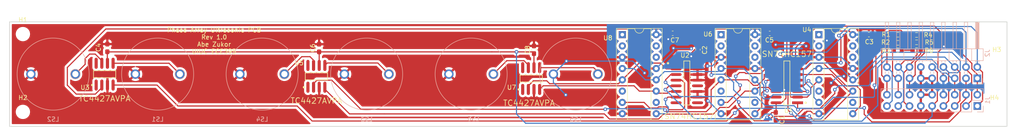
<source format=kicad_pcb>
(kicad_pcb (version 20211014) (generator pcbnew)
  (layers (0 "F.Cu" signal) (31 "B.Cu" signal) (34 "B.Paste" user) (35 "F.Paste" user) (36 "B.SilkS" user "B.Silkscreen") (37 "F.SilkS" user "F.Silkscreen") (38 "B.Mask" user) (39 "F.Mask" user) (44 "Edge.Cuts" user))
  (net 0 "")
  (net 1 "3V3")
  (net 2 "GND")
  (net 3 "Net-(LS1-Pad1)")
  (net 4 "Net-(LS2-Pad1)")
  (net 5 "Net-(LS3-Pad1)")
  (net 6 "Net-(LS4-Pad1)")
  (net 7 "Net-(LS5-Pad1)")
  (net 8 "Net-(LS6-Pad1)")
  (net 9 "/C1")
  (net 10 "/C2")
  (net 11 "/C3")
  (net 12 "/C4")
  (net 13 "/C5")
  (net 14 "/C6")
  (net 15 "/W{slash}L'")
  (net 16 "/CLK")
  (net 17 "/Speakers12/SigA")
  (net 18 "/Speakers12/DA")
  (net 19 "/Speakers12/SigB")
  (net 20 "/Speakers12/DB")
  (net 22 "/Speakers34/DA")
  (net 23 "/Speakers34/SigA")
  (net 24 "/Speakers34/DB")
  (net 25 "/Speakers34/SigB")
  (net 26 "/Speakers56/SigA")
  (net 27 "/Speakers56/DA")
  (net 28 "/Speakers56/SigB")
  (net 29 "/Speakers56/DB")
  (net 57 "/WL6")
  (net 58 "/WL5")
  (net 59 "/WL4")
  (net 60 "/WL3")
  (net 61 "/WL2")
  (net 62 "/WL1")
  (net 63 "18V")
  (footprint "Capacitor_SMD:C_0603_1608Metric_Pad1.08x0.95mm_HandSolder" (layer "F.Cu") (at 36.987989 19.612517 90)
    (fp_text reference "C4")
    (fp_text value "10n")
  )
  (footprint "SNx4HC157:Texas_Instruments-D0016A-0-0-IPC_A" (layer "F.Cu") (at 189.8 27.5 180)
    (fp_text reference "U1")
    (fp_text value "SN74HC157")
  )
  (footprint "TC4427:Microchip-TC4427AEOA713-Level_A" (layer "F.Cu") (at 36.380638 25.513588 90)
    (fp_text reference "U3")
    (fp_text value "TC4427AVPA")
  )
  (footprint "Capacitor_SMD:C_0603_1608Metric_Pad1.08x0.95mm_HandSolder" (layer "F.Cu") (at 185.95 16.35)
    (fp_text reference "C5")
    (fp_text value "10n")
  )
  (footprint "TC4427:Microchip-TC4427AEOA713-Level_A" (layer "F.Cu") (at 84 26 90)
    (fp_text reference "U5")
    (fp_text value "TC4427AVPA")
  )
  (footprint "Package_DIP:DIP-16_W7.62mm_Socket" (layer "F.Cu") (at 175 16.625)
    (fp_text reference "U6")
    (fp_text value "CD4517BE")
  )
  (footprint "TC4427:Microchip-TC4427AEOA713-Level_A" (layer "F.Cu") (at 132.3 26.5 90)
    (fp_text reference "U7")
    (fp_text value "TC4427AVPA")
  )
  (footprint "Resistor_SMD:R_0603_1608Metric_Pad0.98x0.95mm_HandSolder" (layer "F.Cu") (at 218.975 20.1)
    (fp_text reference "R6")
    (fp_text value "0")
  )
  (footprint "Package_DIP:DIP-16_W7.62mm_Socket" (layer "F.Cu") (at 152.8 16.625)
    (fp_text reference "U8")
    (fp_text value "CD4517BE")
  )
  (footprint "Capacitor_SMD:C_0603_1608Metric_Pad1.08x0.95mm_HandSolder" (layer "F.Cu") (at 164.125 16.325)
    (fp_text reference "C7")
    (fp_text value "10n")
  )
  (footprint "Capacitor_SMD:C_0603_1608Metric_Pad1.08x0.95mm_HandSolder" (layer "F.Cu") (at 169.8 20 90)
    (fp_text reference "C2")
    (fp_text value "10n")
  )
  (footprint "MountingHole:MountingHole_2.2mm_M2" (layer "F.Cu") (at 18 34)
    (fp_text reference "H2")
    (fp_text value "MountingHole")
  )
  (footprint "Capacitor_SMD:C_0603_1608Metric_Pad1.08x0.95mm_HandSolder" (layer "F.Cu") (at 187.3 35 -90)
    (fp_text reference "C1")
    (fp_text value "10n")
  )
  (footprint "SNx4HC157:Texas_Instruments-D0016A-0-0-IPC_A" (layer "F.Cu") (at 167.3 27.5)
    (fp_text reference "U2")
    (fp_text value "SN74HC157")
  )
  (footprint "Capacitor_SMD:C_0603_1608Metric_Pad1.08x0.95mm_HandSolder" (layer "F.Cu") (at 132.927763 20.029177 90)
    (fp_text reference "C8")
    (fp_text value "10n")
  )
  (footprint "Capacitor_SMD:C_0603_1608Metric_Pad1.08x0.95mm_HandSolder" (layer "F.Cu") (at 208.25 16.625)
    (fp_text reference "C3")
    (fp_text value "10n")
  )
  (footprint "Resistor_SMD:R_0603_1608Metric_Pad0.98x0.95mm_HandSolder" (layer "F.Cu") (at 214.75 20.15 180)
    (fp_text reference "R3")
    (fp_text value "0")
  )
  (footprint "MountingHole:MountingHole_2.2mm_M2" (layer "F.Cu") (at 18 16.5)
    (fp_text reference "H1")
    (fp_text value "MountingHole")
  )
  (footprint "Resistor_SMD:R_0603_1608Metric_Pad0.98x0.95mm_HandSolder" (layer "F.Cu") (at 214.75 18.475 180)
    (fp_text reference "R2")
    (fp_text value "0")
  )
  (footprint "Package_DIP:DIP-16_W7.62mm_Socket" (layer "F.Cu") (at 197 16.625)
    (fp_text reference "U4")
    (fp_text value "CD4517BE")
  )
  (footprint "Capacitor_SMD:C_0603_1608Metric_Pad1.08x0.95mm_HandSolder" (layer "F.Cu") (at 84.616553 19.636825 90)
    (fp_text reference "C6")
    (fp_text value "10n")
  )
  (footprint "Resistor_SMD:R_0603_1608Metric_Pad0.98x0.95mm_HandSolder" (layer "F.Cu") (at 218.975 18.35)
    (fp_text reference "R5")
    (fp_text value "0")
  )
  (footprint "MountingHole:MountingHole_2.2mm_M2" (layer "F.Cu") (at 236.5 16.5)
    (fp_text reference "H3")
    (fp_text value "MountingHole")
  )
  (footprint "Resistor_SMD:R_0603_1608Metric_Pad0.98x0.95mm_HandSolder" (layer "F.Cu") (at 218.975 16.7)
    (fp_text reference "R4")
    (fp_text value "0")
  )
  (footprint "Resistor_SMD:R_0603_1608Metric_Pad0.98x0.95mm_HandSolder" (layer "F.Cu") (at 214.75 16.65 180)
    (fp_text reference "R1")
    (fp_text value "0")
  )
  (footprint "MountingHole:MountingHole_2.2mm_M2" (layer "F.Cu") (at 236.5 34)
    (fp_text reference "H4")
    (fp_text value "MountingHole")
  )
  (footprint "Custom:TR40-16" (layer "B.Cu") (at 71.8 25.5 180)
    (fp_text reference "LS4")
    (fp_text value "Speaker_Ultrasound")
  )
  (footprint "Custom:TR40-16" (layer "B.Cu") (at 48.3 25.5 180)
    (fp_text reference "LS1")
    (fp_text value "Speaker_Ultrasound")
  )
  (footprint "Connector_PinHeader_2.54mm:PinHeader_2x09_P2.54mm_Horizontal" (layer "B.Cu") (at 232.625 26.45 90)
    (fp_text reference "J2")
    (fp_text value "Conn_02x09_Counter_Clockwise")
  )
  (footprint "Custom:TR40-16" (layer "B.Cu") (at 118.8 25.5 180)
    (fp_text reference "LS6")
    (fp_text value "Speaker_Ultrasound")
  )
  (footprint "Custom:TR40-16" (layer "B.Cu") (at 95.3 25.5 180)
    (fp_text reference "LS3")
    (fp_text value "Speaker_Ultrasound")
  )
  (footprint "Custom:TR40-16" (layer "B.Cu") (at 142.3 25.5 180)
    (fp_text reference "LS5")
    (fp_text value "Speaker_Ultrasound")
  )
  (footprint "Connector_PinHeader_2.54mm:PinHeader_2x09_P2.54mm_Vertical" (layer "B.Cu") (at 232.625 32.675 90)
    (fp_text reference "J1")
    (fp_text value "Conn_02x09_Counter_Clockwise")
  )
  (footprint "Custom:TR40-16" (layer "B.Cu") (at 24.8 25.5 180)
    (fp_text reference "LS2")
    (fp_text value "Speaker_Ultrasound")
  )
  (gr_rect (start 239.3 37.25) (end 15 13.75) (layer "Edge.Cuts") (width 0.15) (fill none))
  (gr_text "Phase Array Ultrasonic PCB\nRev 1.0\nAbe Zukor\nUIUC ECE395" (at 61 18) (layer "F.SilkS") (effects (font (size 1 1))))
  (segment (start 163.2625 17.5125) (end 163.125 17.65) (width 0.25) (layer "F.Cu") (net 1))
  (segment (start 169.8 20.8625) (end 169.8 22.971067) (width 0.25) (layer "F.Cu") (net 1))
  (segment (start 168.9375 20.8625) (end 168.3 21.5) (width 0.25) (layer "F.Cu") (net 1))
  (segment (start 223.775 20.6) (end 225.1 19.275) (width 0.25) (layer "F.Cu") (net 1))
  (segment (start 189.6 30.95) (end 188.55 32) (width 0.25) (layer "F.Cu") (net 1))
  (segment (start 223.775 24.375) (end 223.775 20.6) (width 0.25) (layer "F.Cu") (net 1))
  (segment (start 185.0875 16.35) (end 184.8125 16.625) (width 0.25) (layer "F.Cu") (net 1))
  (segment (start 203.820001 15.825001) (end 200.924999 15.825001) (width 0.25) (layer "F.Cu") (net 1))
  (segment (start 189.6 29.41847) (end 189.6 30.95) (width 0.25) (layer "F.Cu") (net 1))
  (segment (start 163.2625 16.325) (end 163.2625 17.5125) (width 0.25) (layer "F.Cu") (net 1))
  (segment (start 225.005 30.135) (end 225.005 26.45) (width 0.25) (layer "F.Cu") (net 1))
  (segment (start 185.35 35.225) (end 186.4375 34.1375) (width 0.25) (layer "F.Cu") (net 1))
  (segment (start 163.2625 16.325) (end 162.9625 16.625) (width 0.25) (layer "F.Cu") (net 1))
  (segment (start 162.9625 16.625) (end 160.42 16.625) (width 0.25) (layer "F.Cu") (net 1))
  (segment (start 225.005 26.45) (end 225.005 25.605) (width 0.25) (layer "F.Cu") (net 1))
  (segment (start 186.4375 34.1375) (end 187.3 34.1375) (width 0.25) (layer "F.Cu") (net 1))
  (segment (start 184.8125 16.625) (end 182.62 16.625) (width 0.25) (layer "F.Cu") (net 1))
  (segment (start 187.383933 31.945) (end 187.383933 34.053567) (width 0.25) (layer "F.Cu") (net 1))
  (segment (start 207.3875 16.625) (end 204.62 16.625) (width 0.25) (layer "F.Cu") (net 1))
  (segment (start 187.383933 34.053567) (end 187.3 34.1375) (width 0.25) (layer "F.Cu") (net 1))
  (segment (start 200.924999 15.825001) (end 198.8 17.95) (width 0.25) (layer "F.Cu") (net 1))
  (segment (start 169.8 22.971067) (end 169.716067 23.055) (width 0.25) (layer "F.Cu") (net 1))
  (segment (start 189.22528 29.04375) (end 189.6 29.41847) (width 0.25) (layer "F.Cu") (net 1))
  (segment (start 169.8 20.8625) (end 168.9375 20.8625) (width 0.25) (layer "F.Cu") (net 1))
  (segment (start 225.005 25.605) (end 223.775 24.375) (width 0.25) (layer "F.Cu") (net 1))
  (segment (start 204.62 16.625) (end 203.820001 15.825001) (width 0.25) (layer "F.Cu") (net 1))
  (via (at 225.1 19.275) (size 0.8) (drill 0.4) (layers "F.Cu" "B.Cu") (net 1))
  (via (at 185.35 35.225) (size 0.8) (drill 0.4) (layers "F.Cu" "B.Cu") (net 1))
  (via (at 198.8 17.95) (size 0.8) (drill 0.4) (layers "F.Cu" "B.Cu") (net 1))
  (via (at 168.3 21.5) (size 0.8) (drill 0.4) (layers "F.Cu" "B.Cu") (net 1))
  (via (at 163.125 17.65) (size 0.8) (drill 0.4) (layers "F.Cu" "B.Cu") (net 1))
  (via (at 189.22528 29.04375) (size 0.8) (drill 0.4) (layers "F.Cu" "B.Cu") (net 1))
  (segment (start 185.225 30.325) (end 185.575 30.675) (width 0.25) (layer "F.Cu") (net 2))
  (segment (start 184.9 30.325) (end 185.225 30.325) (width 0.25) (layer "F.Cu") (net 2))
  (segment (start 209.1125 16.625) (end 209.1125 17.1875) (width 0.25) (layer "F.Cu") (net 2))
  (segment (start 185.575 30.675) (end 187.383933 30.675) (width 0.25) (layer "F.Cu") (net 2))
  (segment (start 197 34.405) (end 195.73 34.405) (width 0.25) (layer "F.Cu") (net 2))
  (segment (start 195.73 34.405) (end 195.175 33.85) (width 0.25) (layer "F.Cu") (net 2))
  (segment (start 192.2625 35.8625) (end 187.3 35.8625) (width 0.25) (layer "F.Cu") (net 2))
  (segment (start 194.275 33.85) (end 192.2625 35.8625) (width 0.25) (layer "F.Cu") (net 2))
  (segment (start 195.175 33.85) (end 194.275 33.85) (width 0.25) (layer "F.Cu") (net 2))
  (via (at 199.75 27.475) (size 0.8) (drill 0.4) (layers "F.Cu" "B.Cu") (net 2))
  (via (at 184.9 30.325) (size 0.8) (drill 0.4) (layers "F.Cu" "B.Cu") (net 2))
  (via (at 140.075 30.175) (size 0.8) (drill 0.4) (layers "F.Cu" "B.Cu") (net 2))
  (via (at 171.960319 23.675266) (size 0.8) (drill 0.4) (layers "F.Cu" "B.Cu") (net 2))
  (via (at 172.05 31.525) (size 0.8) (drill 0.4) (layers "F.Cu" "B.Cu") (net 2))
  (via (at 202.625 25.975) (size 0.8) (drill 0.4) (layers "F.Cu" "B.Cu") (net 2))
  (via (at 168.3 19.75) (size 0.8) (drill 0.4) (layers "F.Cu" "B.Cu") (net 2))
  (via (at 164.3 19.675) (size 0.8) (drill 0.4) (layers "F.Cu" "B.Cu") (net 2))
  (via (at 157.8 25.25) (size 0.8) (drill 0.4) (layers "F.Cu" "B.Cu") (net 2))
  (via (at 187.275 18.9) (size 0.8) (drill 0.4) (layers "F.Cu" "B.Cu") (net 2))
  (via (at 140.22 22.58) (size 0.8) (drill 0.4) (layers "F.Cu" "B.Cu") (net 2))
  (via (at 194.125 19.2) (size 0.8) (drill 0.4) (layers "F.Cu" "B.Cu") (net 2))
  (segment (start 184.225 24.75) (end 183.72 24.245) (width 0.25) (layer "B.Cu") (net 2))
  (segment (start 155.13 22.58) (end 152.8 22.58) (width 0.25) (layer "B.Cu") (net 2))
  (segment (start 193.825 18.9) (end 187.275 18.9) (width 0.25) (layer "B.Cu") (net 2))
  (segment (start 164.375 19.75) (end 164.3 19.675) (width 0.25) (layer "B.Cu") (net 2))
  (segment (start 175 34.405) (end 172.12 31.525) (width 0.25) (layer "B.Cu") (net 2))
  (segment (start 152.8 22.58) (end 140.22 22.58) (width 0.25) (layer "B.Cu") (net 2))
  (segment (start 137.3 27.4) (end 140.075 30.175) (width 0.25) (layer "B.Cu") (net 2))
  (segment (start 137.3 25.5) (end 137.3 27.4) (width 0.25) (layer "B.Cu") (net 2))
  (segment (start 204.62 24.245) (end 202.08 21.705) (width 0.25) (layer "B.Cu") (net 2))
  (segment (start 184.9 30.325) (end 184.592168 30.017168) (width 0.25) (layer "B.Cu") (net 2))
  (segment (start 172.12 31.525) (end 172.05 31.525) (width 0.25) (layer "B.Cu") (net 2))
  (segment (start 202.625 25.975) (end 201.25 25.975) (width 0.25) (layer "B.Cu") (net 2))
  (segment (start 164.3 20.365) (end 160.42 24.245) (width 0.25) (layer "B.Cu") (net 2))
  (segment (start 201.25 25.975) (end 199.75 27.475) (width 0.25) (layer "B.Cu") (net 2))
  (segment (start 194.125 19.2) (end 193.825 18.9) (width 0.25) (layer "B.Cu") (net 2))
  (segment (start 140.22 22.58) (end 137.3 25.5) (width 0.25) (layer "B.Cu") (net 2))
  (segment (start 164.3 19.675) (end 164.3 20.365) (width 0.25) (layer "B.Cu") (net 2))
  (segment (start 184.592168 30.017168) (end 184.592168 27.942168) (width 0.25) (layer "B.Cu") (net 2))
  (segment (start 184.592168 27.942168) (end 184.225 27.575) (width 0.25) (layer "B.Cu") (net 2))
  (segment (start 175 21.705) (end 173.029734 23.675266) (width 0.25) (layer "B.Cu") (net 2))
  (segment (start 202.08 21.705) (end 197 21.705) (width 0.25) (layer "B.Cu") (net 2))
  (segment (start 183.72 24.245) (end 182.62 24.245) (width 0.25) (layer "B.Cu") (net 2))
  (segment (start 168.3 19.75) (end 164.375 19.75) (width 0.25) (layer "B.Cu") (net 2))
  (segment (start 157.8 25.25) (end 155.13 22.58) (width 0.25) (layer "B.Cu") (net 2))
  (segment (start 173.029734 23.675266) (end 171.960319 23.675266) (width 0.25) (layer "B.Cu") (net 2))
  (segment (start 184.225 27.575) (end 184.225 24.75) (width 0.25) (layer "B.Cu") (net 2))
  (segment (start 38.285638 23.063588) (end 50.863588 23.063588) (width 0.25) (layer "F.Cu") (net 3))
  (segment (start 50.863588 23.063588) (end 53.3 25.5) (width 0.25) (layer "F.Cu") (net 3))
  (segment (start 32 22) (end 32 23.3) (width 0.25) (layer "F.Cu") (net 4))
  (segment (start 35.745638 23.063588) (end 35.745638 22.478994) (width 0.25) (layer "F.Cu") (net 4))
  (segment (start 32 23.3) (end 29.8 25.5) (width 0.25) (layer "F.Cu") (net 4))
  (segment (start 33 21) (end 32 22) (width 0.25) (layer "F.Cu") (net 4))
  (segment (start 35.745638 22.478994) (end 34.266644 21) (width 0.25) (layer "F.Cu") (net 4))
  (segment (start 34.266644 21) (end 33 21) (width 0.25) (layer "F.Cu") (net 4))
  (segment (start 86.455 23) (end 97.8 23) (width 0.25) (layer "F.Cu") (net 5))
  (segment (start 97.8 23) (end 100.3 25.5) (width 0.25) (layer "F.Cu") (net 5))
  (segment (start 85.905 23.55) (end 86.455 23) (width 0.25) (layer "F.Cu") (net 5))
  (segment (start 80.720356 21.579644) (end 76.8 25.5) (width 0.25) (layer "F.Cu") (net 6))
  (segment (start 82.564477 21.579644) (end 80.720356 21.579644) (width 0.25) (layer "F.Cu") (net 6))
  (segment (start 83.365 23.55) (end 83.365 22.380167) (width 0.25) (layer "F.Cu") (net 6))
  (segment (start 83.365 22.380167) (end 82.564477 21.579644) (width 0.25) (layer "F.Cu") (net 6))
  (segment (start 146.35 24.05) (end 147.3 25) (width 0.25) (layer "F.Cu") (net 7))
  (segment (start 147.3 25) (end 147.3 25.5) (width 0.25) (layer "F.Cu") (net 7))
  (segment (start 134.205 24.05) (end 146.35 24.05) (width 0.25) (layer "F.Cu") (net 7))
  (segment (start 126.825 22.475) (end 123.8 25.5) (width 0.25) (layer "F.Cu") (net 8))
  (segment (start 131.665 24.05) (end 131.665 23.465406) (width 0.25) (layer "F.Cu") (net 8))
  (segment (start 131.665 23.465406) (end 130.674594 22.475) (width 0.25) (layer "F.Cu") (net 8))
  (segment (start 130.674594 22.475) (end 126.825 22.475) (width 0.25) (layer "F.Cu") (net 8))
  (segment (start 194.424402 29.405) (end 194.435821 29.416419) (width 0.25) (layer "F.Cu") (net 9))
  (segment (start 233.8 31.5) (end 233.8 25.085) (width 0.25) (layer "F.Cu") (net 9))
  (segment (start 233.8 31.5) (end 232.625 32.675) (width 0.25) (layer "F.Cu") (net 9))
  (segment (start 192.216067 29.405) (end 194.424402 29.405) (width 0.25) (layer "F.Cu") (net 9))
  (segment (start 201.95 17.3) (end 201.487701 16.837701) (width 0.25) (layer "F.Cu") (net 9))
  (segment (start 201.95 22.95) (end 201.95 17.3) (width 0.25) (layer "F.Cu") (net 9))
  (segment (start 233.8 25.085) (end 232.625 23.91) (width 0.25) (layer "F.Cu") (net 9))
  (via (at 201.95 22.95) (size 0.8) (drill 0.4) (layers "F.Cu" "B.Cu") (net 9))
  (via (at 194.435821 29.416419) (size 0.8) (drill 0.4) (layers "F.Cu" "B.Cu") (net 9))
  (via (at 201.487701 16.837701) (size 0.8) (drill 0.4) (layers "F.Cu" "B.Cu") (net 9))
  (segment (start 231.25 14.8) (end 232.625 16.175) (width 0.25) (layer "B.Cu") (net 9))
  (segment (start 203.55 14.8) (end 231.25 14.8) (width 0.25) (layer "B.Cu") (net 9))
  (segment (start 193.49 28.470598) (end 194.435821 29.416419) (width 0.25) (layer "B.Cu") (net 9))
  (segment (start 201.487701 16.837701) (end 201.512299 16.837701) (width 0.25) (layer "B.Cu") (net 9))
  (segment (start 201.95 22.95) (end 201.9 23) (width 0.25) (layer "B.Cu") (net 9))
  (segment (start 195.05 23) (end 193.49 24.56) (width 0.25) (layer "B.Cu") (net 9))
  (segment (start 193.49 24.56) (end 193.49 28.470598) (width 0.25) (layer "B.Cu") (net 9))
  (segment (start 201.512299 16.837701) (end 203.55 14.8) (width 0.25) (layer "B.Cu") (net 9))
  (segment (start 201.9 23) (end 195.05 23) (width 0.25) (layer "B.Cu") (net 9))
  (segment (start 232.625 16.175) (end 232.625 24.41) (width 0.25) (layer "B.Cu") (net 9))
  (segment (start 190.8 27) (end 192.081067 27) (width 0.25) (layer "F.Cu") (net 10))
  (segment (start 223.025 14.725) (end 196.6 14.725) (width 0.25) (layer "F.Cu") (net 10))
  (segment (start 231.4 23.1) (end 223.025 14.725) (width 0.25) (layer "F.Cu") (net 10))
  (segment (start 232.625 26.95) (end 232.625 26.071701) (width 0.25) (layer "F.Cu") (net 10))
  (segment (start 192.081067 27) (end 192.216067 26.865) (width 0.25) (layer "F.Cu") (net 10))
  (segment (start 191.745 21.555) (end 190.3 23) (width 0.25) (layer "F.Cu") (net 10))
  (segment (start 231.4 24.346701) (end 231.4 23.1) (width 0.25) (layer "F.Cu") (net 10))
  (segment (start 190.3 23) (end 190.3 26.5) (width 0.25) (layer "F.Cu") (net 10))
  (segment (start 196.6 14.725) (end 191.745 19.58) (width 0.25) (layer "F.Cu") (net 10))
  (segment (start 232.625 26.45) (end 232.625 25.571701) (width 0.25) (layer "F.Cu") (net 10))
  (segment (start 232.625 30.135) (end 232.625 26.45) (width 0.25) (layer "F.Cu") (net 10))
  (segment (start 190.3 26.5) (end 190.8 27) (width 0.25) (layer "F.Cu") (net 10))
  (segment (start 191.745 19.58) (end 191.745 21.555) (width 0.25) (layer "F.Cu") (net 10))
  (segment (start 232.625 25.571701) (end 231.4 24.346701) (width 0.25) (layer "F.Cu") (net 10))
  (segment (start 189.3 23) (end 189.3 22) (width 0.25) (layer "F.Cu") (net 11))
  (segment (start 231.359278 25.684278) (end 230.085 24.41) (width 0.25) (layer "F.Cu") (net 11))
  (segment (start 187.975 24.325) (end 189.3 23) (width 0.25) (layer "F.Cu") (net 11))
  (segment (start 189.3 22) (end 188.3 21) (width 0.25) (layer "F.Cu") (net 11))
  (segment (start 230.085 32.675) (end 231.359278 31.400722) (width 0.25) (layer "F.Cu") (net 11))
  (segment (start 187.383933 24.325) (end 187.975 24.325) (width 0.25) (layer "F.Cu") (net 11))
  (segment (start 231.359278 31.400722) (end 231.359278 25.684278) (width 0.25) (layer "F.Cu") (net 11))
  (via (at 188.3 21) (size 0.8) (drill 0.4) (layers "F.Cu" "B.Cu") (net 11))
  (segment (start 229.225 15.25) (end 204.1 15.25) (width 0.25) (layer "B.Cu") (net 11))
  (segment (start 230.085 24.41) (end 230.085 16.11) (width 0.25) (layer "B.Cu") (net 11))
  (segment (start 230.085 16.11) (end 229.225 15.25) (width 0.25) (layer "B.Cu") (net 11))
  (segment (start 204.1 15.25) (end 198.775 20.575) (width 0.25) (layer "B.Cu") (net 11))
  (segment (start 188.725 20.575) (end 188.3 21) (width 0.25) (layer "B.Cu") (net 11))
  (segment (start 198.775 20.575) (end 188.725 20.575) (width 0.25) (layer "B.Cu") (net 11))
  (segment (start 230.085 30.135) (end 230.085 31.013299) (width 0.25) (layer "F.Cu") (net 12))
  (segment (start 230.085 31.013299) (end 228.9 32.198299) (width 0.25) (layer "F.Cu") (net 12))
  (segment (start 228.9 33.7) (end 226.356949 36.243051) (width 0.25) (layer "F.Cu") (net 12))
  (segment (start 190.05 28.75) (end 189.435 28.135) (width 0.25) (layer "F.Cu") (net 12))
  (segment (start 190.05 33.575) (end 190.05 28.75) (width 0.25) (layer "F.Cu") (net 12))
  (segment (start 230.085 26.45) (end 230.085 30.135) (width 0.25) (layer "F.Cu") (net 12))
  (segment (start 190.725 34.25) (end 190.05 33.575) (width 0.25) (layer "F.Cu") (net 12))
  (segment (start 207.2 34.546098) (end 207.2 33.1) (width 0.25) (layer "F.Cu") (net 12))
  (segment (start 208.896953 36.243051) (end 207.2 34.546098) (width 0.25) (layer "F.Cu") (net 12))
  (segment (start 189.435 28.135) (end 187.383933 28.135) (width 0.25) (layer "F.Cu") (net 12))
  (segment (start 226.356949 36.243051) (end 208.896953 36.243051) (width 0.25) (layer "F.Cu") (net 12))
  (segment (start 228.9 32.198299) (end 228.9 33.7) (width 0.25) (layer "F.Cu") (net 12))
  (via (at 190.725 34.25) (size 0.8) (drill 0.4) (layers "F.Cu" "B.Cu") (net 12))
  (via (at 207.2 33.1) (size 0.8) (drill 0.4) (layers "F.Cu" "B.Cu") (net 12))
  (segment (start 207.125 33.175) (end 199.875 33.175) (width 0.25) (layer "B.Cu") (net 12))
  (segment (start 199.875 33.175) (end 197.4 35.65) (width 0.25) (layer "B.Cu") (net 12))
  (segment (start 197.4 35.65) (end 192.125 35.65) (width 0.25) (layer "B.Cu") (net 12))
  (segment (start 192.125 35.65) (end 190.725 34.25) (width 0.25) (layer "B.Cu") (net 12))
  (segment (start 207.2 33.1) (end 207.125 33.175) (width 0.25) (layer "B.Cu") (net 12))
  (segment (start 227.545 32.675) (end 228.72 31.5) (width 0.25) (layer "F.Cu") (net 13))
  (segment (start 193.545 33.28) (end 191.825 35) (width 0.25) (layer "F.Cu") (net 13))
  (segment (start 182.474695 36) (end 179 32.525305) (width 0.25) (layer "F.Cu") (net 13))
  (segment (start 163.705 25.595) (end 162.516727 26.783273) (width 0.25) (layer "F.Cu") (net 13))
  (segment (start 164.883933 25.595) (end 163.705 25.595) (width 0.25) (layer "F.Cu") (net 13))
  (segment (start 179 32.275) (end 179 31.8) (width 0.25) (layer "F.Cu") (net 13))
  (segment (start 179 32.525305) (end 179 32.275) (width 0.25) (layer "F.Cu") (net 13))
  (segment (start 185.675 36) (end 184.025 36) (width 0.25) (layer "F.Cu") (net 13))
  (segment (start 228.72 31.5) (end 228.72 25.085) (width 0.25) (layer "F.Cu") (net 13))
  (segment (start 162.516727 26.783273) (end 162.516727 27.351248) (width 0.25) (layer "F.Cu") (net 13))
  (segment (start 200.575 29) (end 200.575 29.880991) (width 0.25) (layer "F.Cu") (net 13))
  (segment (start 191.825 35) (end 186.675 35) (width 0.25) (layer "F.Cu") (net 13))
  (segment (start 200.575 29.880991) (end 197.175991 33.28) (width 0.25) (layer "F.Cu") (net 13))
  (segment (start 186.675 35) (end 185.675 36) (width 0.25) (layer "F.Cu") (net 13))
  (segment (start 228.72 25.085) (end 227.545 23.91) (width 0.25) (layer "F.Cu") (net 13))
  (segment (start 184.025 36) (end 182.474695 36) (width 0.25) (layer "F.Cu") (net 13))
  (segment (start 197.175991 33.28) (end 193.545 33.28) (width 0.25) (layer "F.Cu") (net 13))
  (via (at 200.575 29) (size 0.8) (drill 0.4) (layers "F.Cu" "B.Cu") (net 13))
  (via (at 179 31.8) (size 0.8) (drill 0.4) (layers "F.Cu" "B.Cu") (net 13))
  (via (at 162.516727 27.351248) (size 0.8) (drill 0.4) (layers "F.Cu" "B.Cu") (net 13))
  (segment (start 208.175 28.1) (end 201.475 28.1) (width 0.25) (layer "B.Cu") (net 13))
  (segment (start 208.55 24.7) (end 208.55 27.725) (width 0.25) (layer "B.Cu") (net 13))
  (segment (start 177.75 30.55) (end 165.715479 30.55) (width 0.25) (layer "B.Cu") (net 13))
  (segment (start 179 31.8) (end 177.75 30.55) (width 0.25) (layer "B.Cu") (net 13))
  (segment (start 225.31 21.675) (end 211.575 21.675) (width 0.25) (layer "B.Cu") (net 13))
  (segment (start 201.475 28.1) (end 200.575 29) (width 0.25) (layer "B.Cu") (net 13))
  (segment (start 165.715479 30.55) (end 162.516727 27.351248) (width 0.25) (layer "B.Cu") (net 13))
  (segment (start 208.55 27.725) (end 208.175 28.1) (width 0.25) (layer "B.Cu") (net 13))
  (segment (start 227.545 23.91) (end 225.31 21.675) (width 0.25) (layer "B.Cu") (net 13))
  (segment (start 211.575 21.675) (end 208.55 24.7) (width 0.25) (layer "B.Cu") (net 13))
  (segment (start 163.347223 28.135) (end 162.494307 28.987916) (width 0.25) (layer "F.Cu") (net 14))
  (segment (start 164.883933 28.135) (end 163.347223 28.135) (width 0.25) (layer "F.Cu") (net 14))
  (segment (start 227.545 26.45) (end 227.545 30.135) (width 0.25) (layer "F.Cu") (net 14))
  (via (at 162.494307 28.987916) (size 0.8) (drill 0.4) (layers "F.Cu" "B.Cu") (net 14))
  (segment (start 206.675 36.1) (end 187.8 36.1) (width 0.25) (layer "B.Cu") (net 14))
  (segment (start 184.9 34.5) (end 183.87 35.53) (width 0.25) (layer "B.Cu") (net 14))
  (segment (start 169.036391 35.53) (end 162.494307 28.987916) (width 0.25) (layer "B.Cu") (net 14))
  (segment (start 227.545 26.45) (end 226.85 26.45) (width 0.25) (layer "B.Cu") (net 14))
  (segment (start 183.87 35.53) (end 169.036391 35.53) (width 0.25) (layer "B.Cu") (net 14))
  (segment (start 226.85 26.45) (end 225.675 25.275) (width 0.25) (layer "B.Cu") (net 14))
  (segment (start 223.64 23.423299) (end 222.391701 22.175) (width 0.25) (layer "B.Cu") (net 14))
  (segment (start 210.225 32.55) (end 206.675 36.1) (width 0.25) (layer "B.Cu") (net 14))
  (segment (start 224.708299 25.275) (end 223.64 24.206701) (width 0.25) (layer "B.Cu") (net 14))
  (segment (start 210.225 24.025) (end 210.225 32.55) (width 0.25) (layer "B.Cu") (net 14))
  (segment (start 222.391701 22.175) (end 212.075 22.175) (width 0.25) (layer "B.Cu") (net 14))
  (segment (start 225.675 25.275) (end 224.708299 25.275) (width 0.25) (layer "B.Cu") (net 14))
  (segment (start 186.2 34.5) (end 184.9 34.5) (width 0.25) (layer "B.Cu") (net 14))
  (segment (start 223.64 24.206701) (end 223.64 23.423299) (width 0.25) (layer "B.Cu") (net 14))
  (segment (start 187.8 36.1) (end 186.2 34.5) (width 0.25) (layer "B.Cu") (net 14))
  (segment (start 212.075 22.175) (end 210.225 24.025) (width 0.25) (layer "B.Cu") (net 14))
  (segment (start 192.216067 33.416067) (end 192.3 33.5) (width 0.25) (layer "F.Cu") (net 15))
  (segment (start 218.0625 16.7) (end 218.0625 18.35) (width 0.25) (layer "F.Cu") (net 15))
  (segment (start 218.0625 18.35) (end 218.0625 20.1) (width 0.25) (layer "F.Cu") (net 15))
  (segment (start 165.525 20.775) (end 164.883933 21.416067) (width 0.25) (layer "F.Cu") (net 15))
  (segment (start 209.825 27.675) (end 209.825 18.75) (width 0.25) (layer "F.Cu") (net 15))
  (segment (start 215.6625 15.8875) (end 215.6625 16.65) (width 0.25) (layer "F.Cu") (net 15))
  (segment (start 215.6625 18.475) (end 217.9375 18.475) (width 0.25) (layer "F.Cu") (net 15))
  (segment (start 215.6625 20.15) (end 218.0125 20.15) (width 0.25) (layer "F.Cu") (net 15))
  (segment (start 218.0125 20.15) (end 218.0625 20.1) (width 0.25) (layer "F.Cu") (net 15))
  (segment (start 192.216067 31.945) (end 192.216067 33.416067) (width 0.25) (layer "F.Cu") (net 15))
  (segment (start 215.6625 16.65) (end 215.6625 18.475) (width 0.25) (layer "F.Cu") (net 15))
  (segment (start 169.075305 20) (end 168.300305 20.775) (width 0.25) (layer "F.Cu") (net 15))
  (segment (start 209.825 18.75) (end 212.9 15.675) (width 0.25) (layer "F.Cu") (net 15))
  (segment (start 168.300305 20.775) (end 165.525 20.775) (width 0.25) (layer "F.Cu") (net 15))
  (segment (start 215.45 15.675) (end 215.6625 15.8875) (width 0.25) (layer "F.Cu") (net 15))
  (segment (start 212.9 15.675) (end 215.45 15.675) (width 0.25) (layer "F.Cu") (net 15))
  (segment (start 215.6625 16.65) (end 218.0125 16.65) (width 0.25) (layer "F.Cu") (net 15))
  (segment (start 170.270495 20) (end 169.075305 20) (width 0.25) (layer "F.Cu") (net 15))
  (segment (start 209.5 28) (end 209.825 27.675) (width 0.25) (layer "F.Cu") (net 15))
  (segment (start 164.883933 21.416067) (end 164.883933 23.055) (width 0.25) (layer "F.Cu") (net 15))
  (segment (start 172.825 25.7) (end 172.825 22.554505) (width 0.25) (layer "F.Cu") (net 15))
  (segment (start 215.6625 18.475) (end 215.6625 20.15) (width 0.25) (layer "F.Cu") (net 15))
  (segment (start 172.825 22.554505) (end 170.270495 20) (width 0.25) (layer "F.Cu") (net 15))
  (segment (start 218.0125 16.65) (end 218.0625 16.7) (width 0.25) (layer "F.Cu") (net 15))
  (segment (start 217.9375 18.475) (end 218.0625 18.35) (width 0.25) (layer "F.Cu") (net 15))
  (via (at 172.825 25.7) (size 0.8) (drill 0.4) (layers "F.Cu" "B.Cu") (net 15))
  (via (at 209.5 28) (size 0.8) (drill 0.4) (layers "F.Cu" "B.Cu") (net 15))
  (via (at 192.3 33.5) (size 0.8) (drill 0.4) (layers "F.Cu" "B.Cu") (net 15))
  (segment (start 172.825 25.7) (end 172.994301 25.530699) (width 0.25) (layer "B.Cu") (net 15))
  (segment (start 192.3 33.5) (end 192.6 33.2) (width 0.25) (layer "B.Cu") (net 15))
  (segment (start 192.3 33.5) (end 191.4 32.6) (width 0.25) (layer "B.Cu") (net 15))
  (segment (start 172.994301 25.530699) (end 175.994301 25.530699) (width 0.25) (layer "B.Cu") (net 15))
  (segment (start 197.775 33.2) (end 200.25 30.725) (width 0.25) (layer "B.Cu") (net 15))
  (segment (start 191.4 32.6) (end 184.945991 32.6) (width 0.25) (layer "B.Cu") (net 15))
  (segment (start 177.825 27.361398) (end 177.825 29.05) (width 0.25) (layer "B.Cu") (net 15))
  (segment (start 184.945991 32.6) (end 183.033491 30.6875) (width 0.25) (layer "B.Cu") (net 15))
  (segment (start 209.5 30.5) (end 209.5 28) (width 0.25) (layer "B.Cu") (net 15))
  (segment (start 209.275 30.725) (end 209.5 30.5) (width 0.25) (layer "B.Cu") (net 15))
  (segment (start 179.4625 30.6875) (end 177.825 29.05) (width 0.25) (layer "B.Cu") (net 15))
  (segment (start 192.6 33.2) (end 197.775 33.2) (width 0.25) (layer "B.Cu") (net 15))
  (segment (start 200.25 30.725) (end 209.275 30.725) (width 0.25) (layer "B.Cu") (net 15))
  (segment (start 183.033491 30.6875) (end 179.4625 30.6875) (width 0.25) (layer "B.Cu") (net 15))
  (segment (start 175.994301 25.530699) (end 177.825 27.361398) (width 0.25) (layer "B.Cu") (net 15))
  (segment (start 226.18 31.5) (end 225.005 32.675) (width 0.25) (layer "F.Cu") (net 16))
  (segment (start 226.18 25.085) (end 226.18 31.5) (width 0.25) (layer "F.Cu") (net 16))
  (segment (start 225.005 23.91) (end 226.18 25.085) (width 0.25) (layer "F.Cu") (net 16))
  (segment (start 194.908581 30.141419) (end 186.691419 30.141419) (width 0.25) (layer "B.Cu") (net 16))
  (segment (start 228.8 24.6) (end 228.8 22.5) (width 0.25) (layer "B.Cu") (net 16))
  (segment (start 205.34 26.785) (end 204.62 26.785) (width 0.25) (layer "B.Cu") (net 16))
  (segment (start 186.691419 30.141419) (end 185.782838 31.05) (width 0.25) (layer "B.Cu") (net 16))
  (segment (start 197 24.245) (end 195.86863 24.245) (width 0.25) (layer "B.Cu") (net 16))
  (segment (start 157.985 26.785) (end 160.42 26.785) (width 0.25) (layer "B.Cu") (net 16))
  (segment (start 152.8 24.245) (end 155.445 24.245) (width 0.25) (layer "B.Cu") (net 16))
  (segment (start 185.782838 31.05) (end 184.599695 31.05) (width 0.25) (layer "B.Cu") (net 16))
  (segment (start 204.62 26.785) (end 202.08 24.245) (width 0.25) (layer "B.Cu") (net 16))
  (segment (start 195.160821 29.889179) (end 194.908581 30.141419) (width 0.25) (layer "B.Cu") (net 16))
  (segment (start 226.279278 25.184278) (end 228.215722 25.184278) (width 0.25) (layer "B.Cu") (net 16))
  (segment (start 195.160821 28.610821) (end 195.160821 29.889179) (width 0.25) (layer "B.Cu") (net 16))
  (segment (start 211.525 20.6) (end 205.34 26.785) (width 0.25) (layer "B.Cu") (net 16))
  (segment (start 182.62 26.785) (end 180.08 24.245) (width 0.25) (layer "B.Cu") (net 16))
  (segment (start 226.9 20.6) (end 211.525 20.6) (width 0.25) (layer "B.Cu") (net 16))
  (segment (start 174.32 24.925) (end 175 24.245) (width 0.25) (layer "B.Cu") (net 16))
  (segment (start 162.28 24.925) (end 174.32 24.925) (width 0.25) (layer "B.Cu") (net 16))
  (segment (start 193.94 27.39) (end 195.160821 28.610821) (width 0.25) (layer "B.Cu") (net 16))
  (segment (start 183.745 30.195305) (end 183.745 27.91) (width 0.25) (layer "B.Cu") (net 16))
  (segment (start 228.215722 25.184278) (end 228.8 24.6) (width 0.25) (layer "B.Cu") (net 16))
  (segment (start 160.42 26.785) (end 162.28 24.925) (width 0.25) (layer "B.Cu") (net 16))
  (segment (start 228.8 22.5) (end 226.9 20.6) (width 0.25) (layer "B.Cu") (net 16))
  (segment (start 202.08 24.245) (end 197 24.245) (width 0.25) (layer "B.Cu") (net 16))
  (segment (start 225.005 23.91) (end 226.279278 25.184278) (width 0.25) (layer "B.Cu") (net 16))
  (segment (start 183.745 27.91) (end 182.62 26.785) (width 0.25) (layer "B.Cu") (net 16))
  (segment (start 155.445 24.245) (end 157.985 26.785) (width 0.25) (layer "B.Cu") (net 16))
  (segment (start 193.94 26.17363) (end 193.94 27.39) (width 0.25) (layer "B.Cu") (net 16))
  (segment (start 184.599695 31.05) (end 183.745 30.195305) (width 0.25) (layer "B.Cu") (net 16))
  (segment (start 195.86863 24.245) (end 193.94 26.17363) (width 0.25) (layer "B.Cu") (net 16))
  (segment (start 180.08 24.245) (end 175 24.245) (width 0.25) (layer "B.Cu") (net 16))
  (segment (start 190.55 28.25) (end 189.8 27.5) (width 0.25) (layer "F.Cu") (net 17))
  (segment (start 192.216067 30.675) (end 194.375 30.675) (width 0.25) (layer "F.Cu") (net 17))
  (segment (start 30 30) (end 34.293822 30) (width 0.25) (layer "F.Cu") (net 17))
  (segment (start 34.293822 30) (end 35.745638 28.548184) (width 0.25) (layer "F.Cu") (net 17))
  (segment (start 187.6 15.35) (end 36.65 15.35) (width 0.25) (layer "F.Cu") (net 17))
  (segment (start 35.745638 28.548184) (end 35.745638 27.963588) (width 0.25) (layer "F.Cu") (net 17))
  (segment (start 28 24) (end 28 28) (width 0.25) (layer "F.Cu") (net 17))
  (segment (start 192.216067 30.675) (end 190.725 30.675) (width 0.25) (layer "F.Cu") (net 17))
  (segment (start 194.375 30.675) (end 195.160821 29.889179) (width 0.25) (layer "F.Cu") (net 17))
  (segment (start 189.8 27.5) (end 189.8 17.55) (width 0.25) (layer "F.Cu") (net 17))
  (segment (start 28 28) (end 30 30) (width 0.25) (layer "F.Cu") (net 17))
  (segment (start 190.725 30.675) (end 190.55 30.5) (width 0.25) (layer "F.Cu") (net 17))
  (segment (start 189.8 17.55) (end 187.6 15.35) (width 0.25) (layer "F.Cu") (net 17))
  (segment (start 190.55 30.5) (end 190.55 28.25) (width 0.25) (layer "F.Cu") (net 17))
  (segment (start 195.160821 29.889179) (end 195.160821 28.624179) (width 0.25) (layer "F.Cu") (net 17))
  (segment (start 195.160821 28.624179) (end 197 26.785) (width 0.25) (layer "F.Cu") (net 17))
  (segment (start 36.65 15.35) (end 28 24) (width 0.25) (layer "F.Cu") (net 17))
  (segment (start 193.53 28.135) (end 194.665 27) (width 0.25) (layer "F.Cu") (net 18))
  (segment (start 192.216067 28.135) (end 193.53 28.135) (width 0.25) (layer "F.Cu") (net 18))
  (via (at 194.665 27) (size 0.8) (drill 0.4) (layers "F.Cu" "B.Cu") (net 18))
  (segment (start 195.875 28.21) (end 194.665 27) (width 0.25) (layer "B.Cu") (net 18))
  (segment (start 197 31.865) (end 195.875 30.74) (width 0.25) (layer "B.Cu") (net 18))
  (segment (start 195.875 30.74) (end 195.875 28.21) (width 0.25) (layer "B.Cu") (net 18))
  (segment (start 197.895 36.05) (end 204.62 29.325) (width 0.25) (layer "F.Cu") (net 19))
  (segment (start 176.275 36.05) (end 178.075 34.25) (width 0.25) (layer "F.Cu") (net 19))
  (segment (start 83.05 36.05) (end 176.275 36.05) (width 0.25) (layer "F.Cu") (net 19))
  (segment (start 195.9745 36.05) (end 197.895 36.05) (width 0.25) (layer "F.Cu") (net 19))
  (segment (start 203.667613 29.325) (end 204.62 29.325) (width 0.25) (layer "F.Cu") (net 19))
  (segment (start 38.285638 27.963588) (end 48.153057 27.963588) (width 0.25) (layer "F.Cu") (net 19))
  (segment (start 194.85 34.9255) (end 195.9745 36.05) (width 0.25) (layer "F.Cu") (net 19))
  (segment (start 52.864576 32.675107) (end 79.675107 32.675107) (width 0.25) (layer "F.Cu") (net 19))
  (segment (start 79.675107 32.675107) (end 83.05 36.05) (width 0.25) (layer "F.Cu") (net 19))
  (segment (start 48.153057 27.963588) (end 52.864576 32.675107) (width 0.25) (layer "F.Cu") (net 19))
  (segment (start 199.937613 25.595) (end 203.667613 29.325) (width 0.25) (layer "F.Cu") (net 19))
  (segment (start 192.216067 25.595) (end 199.937613 25.595) (width 0.25) (layer "F.Cu") (net 19))
  (via (at 194.85 34.9255) (size 0.8) (drill 0.4) (layers "F.Cu" "B.Cu") (net 19))
  (via (at 178.075 34.25) (size 0.8) (drill 0.4) (layers "F.Cu" "B.Cu") (net 19))
  (segment (start 190.700305 33.2) (end 179.125 33.2) (width 0.25) (layer "B.Cu") (net 19))
  (segment (start 179.125 33.2) (end 178.075 34.25) (width 0.25) (layer "B.Cu") (net 19))
  (segment (start 192.425805 34.9255) (end 190.700305 33.2) (width 0.25) (layer "B.Cu") (net 19))
  (segment (start 194.85 34.9255) (end 192.425805 34.9255) (width 0.25) (layer "B.Cu") (net 19))
  (segment (start 194.075 24.325) (end 195.35 23.05) (width 0.25) (layer "F.Cu") (net 20))
  (segment (start 203.179009 28.2) (end 205.5 28.2) (width 0.25) (layer "F.Cu") (net 20))
  (segment (start 192.216067 24.325) (end 194.075 24.325) (width 0.25) (layer "F.Cu") (net 20))
  (segment (start 198.029009 23.05) (end 203.179009 28.2) (width 0.25) (layer "F.Cu") (net 20))
  (segment (start 205.5 28.2) (end 206.327431 29.027431) (width 0.25) (layer "F.Cu") (net 20))
  (segment (start 195.35 23.05) (end 198.029009 23.05) (width 0.25) (layer "F.Cu") (net 20))
  (segment (start 206.327431 29.027431) (end 206.327431 32.697569) (width 0.25) (layer "F.Cu") (net 20))
  (segment (start 206.327431 32.697569) (end 204.62 34.405) (width 0.25) (layer "F.Cu") (net 20))
  (segment (start 179.15 25.15) (end 179.125 25.175) (width 0.25) (layer "F.Cu") (net 22))
  (segment (start 176.475 31.865) (end 175 31.865) (width 0.25) (layer "F.Cu") (net 22))
  (segment (start 178.3 26) (end 179.125 25.175) (width 0.25) (layer "F.Cu") (net 22))
  (segment (start 180.562216 25.37) (end 180.342216 25.15) (width 0.25) (layer "F.Cu") (net 22))
  (segment (start 183.93 25.37) (end 180.562216 25.37) (width 0.25) (layer "F.Cu") (net 22))
  (segment (start 179.3 29.04) (end 176.475 31.865) (width 0.25) (layer "F.Cu") (net 22))
  (segment (start 186.3 23) (end 183.93 25.37) (width 0.25) (layer "F.Cu") (net 22))
  (segment (start 179.3 29.04) (end 179.3 28) (width 0.25) (layer "F.Cu") (net 22))
  (segment (start 180.342216 25.15) (end 179.15 25.15) (width 0.25) (layer "F.Cu") (net 22))
  (via (at 179.3 28) (size 0.8) (drill 0.4) (layers "F.Cu" "B.Cu") (net 22))
  (via (at 178.3 26) (size 0.8) (drill 0.4) (layers "F.Cu" "B.Cu") (net 22))
  (segment (start 178.3 27) (end 178.3 26) (width 0.25) (layer "B.Cu") (net 22))
  (segment (start 179.3 28) (end 178.3 27) (width 0.25) (layer "B.Cu") (net 22))
  (segment (start 148.9625 33.4125) (end 93.99815 33.4125) (width 0.25) (layer "F.Cu") (net 23))
  (segment (start 93.99815 33.4125) (end 87.46065 26.875) (width 0.25) (layer "F.Cu") (net 23))
  (segment (start 162.725 33.95) (end 162.4 33.625) (width 0.25) (layer "F.Cu") (net 23))
  (segment (start 162.4 33.625) (end 162.4 33.6) (width 0.25) (layer "F.Cu") (net 23))
  (segment (start 83.365 27.635) (end 83.365 28.45) (width 0.25) (layer "F.Cu") (net 23))
  (segment (start 172.775 32.85) (end 172.55 33.075) (width 0.25) (layer "F.Cu") (net 23))
  (segment (start 182.269009 28.025) (end 181.029009 26.785) (width 0.25) (layer "F.Cu") (net 23))
  (segment (start 84.125 26.875) (end 83.365 27.635) (width 0.25) (layer "F.Cu") (net 23))
  (segment (start 181.029009 26.785) (end 175 26.785) (width 0.25) (layer "F.Cu") (net 23))
  (segment (start 183.225 28.025) (end 182.269009 28.025) (width 0.25) (layer "F.Cu") (net 23))
  (segment (start 172.55 33.075) (end 171.675 33.95) (width 0.25) (layer "F.Cu") (net 23))
  (segment (start 171.675 33.95) (end 162.725 33.95) (width 0.25) (layer "F.Cu") (net 23))
  (segment (start 175 26.785) (end 172.775 29.01) (width 0.25) (layer "F.Cu") (net 23))
  (segment (start 87.46065 26.875) (end 84.125 26.875) (width 0.25) (layer "F.Cu") (net 23))
  (segment (start 172.775 29.01) (end 172.775 32.85) (width 0.25) (layer "F.Cu") (net 23))
  (segment (start 184.705 25.595) (end 184.705 26.545) (width 0.25) (layer "F.Cu") (net 23))
  (segment (start 184.705 26.545) (end 183.225 28.025) (width 0.25) (layer "F.Cu") (net 23))
  (segment (start 187.383933 25.595) (end 184.705 25.595) (width 0.25) (layer "F.Cu") (net 23))
  (via (at 148.9625 33.4125) (size 0.8) (drill 0.4) (layers "F.Cu" "B.Cu") (net 23))
  (via (at 162.4 33.6) (size 0.8) (drill 0.4) (layers "F.Cu" "B.Cu") (net 23))
  (segment (start 162.08 33.28) (end 149.095 33.28) (width 0.25) (layer "B.Cu") (net 23))
  (segment (start 149.095 33.28) (end 148.9625 33.4125) (width 0.25) (layer "B.Cu") (net 23))
  (segment (start 162.4 33.6) (end 162.08 33.28) (width 0.25) (layer "B.Cu") (net 23))
  (segment (start 187.383933 26.865) (end 185.419336 26.865) (width 0.25) (layer "F.Cu") (net 24))
  (segment (start 185.419336 26.865) (end 185.042168 27.242168) (width 0.25) (layer "F.Cu") (net 24))
  (segment (start 184.15 29.725) (end 184.15 32.875) (width 0.25) (layer "F.Cu") (net 24))
  (segment (start 185.35 29.225) (end 184.65 29.225) (width 0.25) (layer "F.Cu") (net 24))
  (segment (start 184.15 32.875) (end 182.62 34.405) (width 0.25) (layer "F.Cu") (net 24))
  (segment (start 184.65 29.225) (end 184.15 29.725) (width 0.25) (layer "F.Cu") (net 24))
  (via (at 185.042168 27.242168) (size 0.8) (drill 0.4) (layers "F.Cu" "B.Cu") (net 24))
  (via (at 185.35 29.225) (size 0.8) (drill 0.4) (layers "F.Cu" "B.Cu") (net 24))
  (segment (start 185.042168 28.917168) (end 185.042168 27.242168) (width 0.25) (layer "B.Cu") (net 24))
  (segment (start 185.35 29.225) (end 185.042168 28.917168) (width 0.25) (layer "B.Cu") (net 24))
  (segment (start 162.05 34.5) (end 160.95 35.6) (width 0.25) (layer "F.Cu") (net 25))
  (segment (start 180.4 29.325) (end 176.725 33) (width 0.25) (layer "F.Cu") (net 25))
  (segment (start 173.25 34.5) (end 162.05 34.5) (width 0.25) (layer "F.Cu") (net 25))
  (segment (start 85.905 28.905) (end 85.905 28.45) (width 0.25) (layer "F.Cu") (net 25))
  (segment (start 183.445 28.5) (end 182.62 29.325) (width 0.25) (layer "F.Cu") (net 25))
  (segment (start 174.76 32.99) (end 173.25 34.5) (width 0.25) (layer "F.Cu") (net 25))
  (segment (start 185.650305 28.5) (end 183.445 28.5) (width 0.25) (layer "F.Cu") (net 25))
  (segment (start 91.45 34.45) (end 85.905 28.905) (width 0.25) (layer "F.Cu") (net 25))
  (segment (start 182.62 29.325) (end 180.4 29.325) (width 0.25) (layer "F.Cu") (net 25))
  (segment (start 187.383933 29.405) (end 186.555305 29.405) (width 0.25) (layer "F.Cu") (net 25))
  (segment (start 186.555305 29.405) (end 185.650305 28.5) (width 0.25) (layer "F.Cu") (net 25))
  (segment (start 148.75 34.45) (end 99.3 34.45) (width 0.25) (layer "F.Cu") (net 25))
  (segment (start 149.9 35.6) (end 148.75 34.45) (width 0.25) (layer "F.Cu") (net 25))
  (segment (start 99.25 34.45) (end 91.45 34.45) (width 0.25) (layer "F.Cu") (net 25))
  (segment (start 187.383933 29.405) (end 186.38 29.405) (width 0.25) (layer "F.Cu") (net 25))
  (segment (start 176.725 33) (end 174.77 33) (width 0.25) (layer "F.Cu") (net 25))
  (segment (start 174.77 33) (end 174.76 32.99) (width 0.25) (layer "F.Cu") (net 25))
  (segment (start 160.95 35.6) (end 149.9 35.6) (width 0.25) (layer "F.Cu") (net 25))
  (segment (start 152.8 26.785) (end 151.925 27.66) (width 0.25) (layer "F.Cu") (net 26))
  (segment (start 132.8 27) (end 135.8 27) (width 0.25) (layer "F.Cu") (net 26))
  (segment (start 156.56 23.025) (end 152.8 26.785) (width 0.25) (layer "F.Cu") (net 26))
  (segment (start 164.883933 24.325) (end 162.675 24.325) (width 0.25) (layer "F.Cu") (net 26))
  (segment (start 135.8 27) (end 136.46 27.66) (width 0.25) (layer "F.Cu") (net 26))
  (segment (start 161.375 23.025) (end 156.56 23.025) (width 0.25) (layer "F.Cu") (net 26))
  (segment (start 131.665 28.95) (end 131.665 28.135) (width 0.25) (layer "F.Cu") (net 26))
  (segment (start 162.675 24.325) (end 161.375 23.025) (width 0.25) (layer "F.Cu") (net 26))
  (segment (start 131.665 28.135) (end 132.8 27) (width 0.25) (layer "F.Cu") (net 26))
  (segment (start 151.925 27.66) (end 136.46 27.66) (width 0.25) (layer "F.Cu") (net 26))
  (segment (start 158.95 33.125) (end 157.69 31.865) (width 0.25) (layer "F.Cu") (net 27))
  (segment (start 166.8 33) (end 166.3 33.5) (width 0.25) (layer "F.Cu") (net 27))
  (segment (start 157.69 31.865) (end 152.8 31.865) (width 0.25) (layer "F.Cu") (net 27))
  (segment (start 166.165 26.865) (end 166.8 27.5) (width 0.25) (layer "F.Cu") (net 27))
  (segment (start 163.3 33.474695) (end 162.700305 32.875) (width 0.25) (layer "F.Cu") (net 27))
  (segment (start 163.3 33.5) (end 163.3 33.474695) (width 0.25) (layer "F.Cu") (net 27))
  (segment (start 160.95 32.875) (end 160.7 33.125) (width 0.25) (layer "F.Cu") (net 27))
  (segment (start 160.7 33.125) (end 158.95 33.125) (width 0.25) (layer "F.Cu") (net 27))
  (segment (start 164.883933 26.865) (end 166.165 26.865) (width 0.25) (layer "F.Cu") (net 27))
  (segment (start 166.3 33.5) (end 163.3 33.5) (width 0.25) (layer "F.Cu") (net 27))
  (segment (start 166.8 27.5) (end 166.8 33) (width 0.25) (layer "F.Cu") (net 27))
  (segment (start 162.700305 32.875) (end 160.95 32.875) (width 0.25) (layer "F.Cu") (net 27))
  (segment (start 156.625 29.325) (end 155.425 28.125) (width 0.25) (layer "F.Cu") (net 28))
  (segment (start 164.883933 29.405) (end 163.37 29.405) (width 0.25) (layer "F.Cu") (net 28))
  (segment (start 135.03 28.125) (end 134.205 28.95) (width 0.25) (layer "F.Cu") (net 28))
  (segment (start 155.425 28.125) (end 135.03 28.125) (width 0.25) (layer "F.Cu") (net 28))
  (segment (start 162.975 29.8) (end 160.895 29.8) (width 0.25) (layer "F.Cu") (net 28))
  (segment (start 160.895 29.8) (end 160.42 29.325) (width 0.25) (layer "F.Cu") (net 28))
  (segment (start 163.37 29.405) (end 162.975 29.8) (width 0.25) (layer "F.Cu") (net 28))
  (segment (start 160.42 29.325) (end 156.625 29.325) (width 0.25) (layer "F.Cu") (net 28))
  (segment (start 163.048747 30.675) (end 162.518611 31.205136) (width 0.25) (layer "F.Cu") (net 29))
  (segment (start 164.883933 30.675) (end 163.048747 30.675) (width 0.25) (layer "F.Cu") (net 29))
  (via (at 162.518611 31.205136) (size 0.8) (drill 0.4) (layers "F.Cu" "B.Cu") (net 29))
  (segment (start 163.125 33.9) (end 162.62 34.405) (width 0.25) (layer "B.Cu") (net 29))
  (segment (start 162.518611 32.306389) (end 163.125 32.912778) (width 0.25) (layer "B.Cu") (net 29))
  (segment (start 163.125 32.912778) (end 163.125 33.9) (width 0.25) (layer "B.Cu") (net 29))
  (segment (start 162.518611 31.205136) (end 162.518611 32.306389) (width 0.25) (layer "B.Cu") (net 29))
  (segment (start 162.62 34.405) (end 160.42 34.405) (width 0.25) (layer "B.Cu") (net 29))
  (segment (start 217.385 23.476396) (end 219.8875 20.973896) (width 0.25) (layer "F.Cu") (net 57))
  (segment (start 217.385 23.91) (end 216.110722 25.184278) (width 0.25) (layer "F.Cu") (net 57))
  (segment (start 216.110722 25.184278) (end 216.110722 31.772118) (width 0.25) (layer "F.Cu") (net 57))
  (segment (start 219.8875 20.973896) (end 219.8875 20.1) (width 0.25) (layer "F.Cu") (net 57))
  (segment (start 216.110722 31.772118) (end 217.198604 32.86) (width 0.25) (layer "F.Cu") (net 57))
  (segment (start 220.7 20.797792) (end 220.7 20.4) (width 0.25) (layer "F.Cu") (net 58))
  (segment (start 220.7 20.570495) (end 220.7 19.1625) (width 0.25) (layer "F.Cu") (net 58))
  (segment (start 217.385 26.95) (end 218.659278 25.675722) (width 0.25) (layer "F.Cu") (net 58))
  (segment (start 220.7 19.1625) (end 219.8875 18.35) (width 0.25) (layer "F.Cu") (net 58))
  (segment (start 217.385 30.135) (end 217.385 26.45) (width 0.25) (layer "F.Cu") (net 58))
  (segment (start 218.659278 25.675722) (end 218.659278 22.838514) (width 0.25) (layer "F.Cu") (net 58))
  (segment (start 218.659278 22.838514) (end 220.7 20.797792) (width 0.25) (layer "F.Cu") (net 58))
  (segment (start 217.825 22.4) (end 219.075 21.15) (width 0.25) (layer "F.Cu") (net 59))
  (segment (start 219.075 17.5125) (end 219.8875 16.7) (width 0.25) (layer "F.Cu") (net 59))
  (segment (start 219.075 21.15) (end 219.075 17.5125) (width 0.25) (layer "F.Cu") (net 59))
  (segment (start 216.355 22.4) (end 217.825 22.4) (width 0.25) (layer "F.Cu") (net 59))
  (segment (start 214.845 23.91) (end 216.355 22.4) (width 0.25) (layer "F.Cu") (net 59))
  (segment (start 216.02 31.5) (end 214.845 32.675) (width 0.25) (layer "B.Cu") (net 59))
  (segment (start 214.845 23.91) (end 216.02 25.085) (width 0.25) (layer "B.Cu") (net 59))
  (segment (start 216.02 25.085) (end 216.02 31.5) (width 0.25) (layer "B.Cu") (net 59))
  (segment (start 213.570722 20.416778) (end 213.8375 20.15) (width 0.25) (layer "F.Cu") (net 60))
  (segment (start 213.570722 25.675722) (end 213.570722 20.416778) (width 0.25) (layer "F.Cu") (net 60))
  (segment (start 214.845 26.95) (end 213.570722 25.675722) (width 0.25) (layer "F.Cu") (net 60))
  (segment (start 214.845 30.135) (end 214.845 26.45) (width 0.25) (layer "F.Cu") (net 60))
  (segment (start 212.305 24.41) (end 212.305 20.0075) (width 0.25) (layer "F.Cu") (net 61))
  (segment (start 212.305 20.0075) (end 213.8375 18.475) (width 0.25) (layer "F.Cu") (net 61))
  (segment (start 213.48 25.085) (end 213.48 31.5) (width 0.25) (layer "B.Cu") (net 61))
  (segment (start 213.48 31.5) (end 212.305 32.675) (width 0.25) (layer "B.Cu") (net 61))
  (segment (start 212.305 23.91) (end 213.48 25.085) (width 0.25) (layer "B.Cu") (net 61))
  (segment (start 211.13 19.3575) (end 213.8375 16.65) (width 0.25) (layer "F.Cu") (net 62))
  (segment (start 212.305 26.95) (end 211.13 25.775) (width 0.25) (layer "F.Cu") (net 62))
  (segment (start 211.13 25.775) (end 211.13 19.3575) (width 0.25) (layer "F.Cu") (net 62))
  (segment (start 212.305 30.135) (end 212.305 26.45) (width 0.25) (layer "F.Cu") (net 62))
  (segment (start 84.635 20.517772) (end 84.616553 20.499325) (width 0.25) (layer "F.Cu") (net 63))
  (segment (start 123.450675 20.499325) (end 129.000675 20.499325) (width 0.25) (layer "F.Cu") (net 63))
  (segment (start 132.927763 20.891677) (end 132.927763 24.042763) (width 0.25) (layer "F.Cu") (net 63))
  (segment (start 223.64 31.5) (end 222.465 32.675) (width 0.25) (layer "F.Cu") (net 63))
  (segment (start 132.927763 24.042763) (end 132.935 24.05) (width 0.25) (layer "F.Cu") (net 63))
  (segment (start 222.465 23.91) (end 223.64 25.085) (width 0.25) (layer "F.Cu") (net 63))
  (segment (start 84.635 23.55) (end 84.635 20.517772) (width 0.25) (layer "F.Cu") (net 63))
  (segment (start 36.987989 20.475017) (end 36.987989 23.035939) (width 0.25) (layer "F.Cu") (net 63))
  (segment (start 123.450675 20.499325) (end 37.446813 20.499325) (width 0.25) (layer "F.Cu") (net 63))
  (segment (start 129.000675 20.499325) (end 132.535411 20.499325) (width 0.25) (layer "F.Cu") (net 63))
  (segment (start 36.987989 23.035939) (end 37.015638 23.063588) (width 0.25) (layer "F.Cu") (net 63))
  (segment (start 132.535411 20.499325) (end 132.927763 20.891677) (width 0.25) (layer "F.Cu") (net 63))
  (segment (start 223.64 25.085) (end 223.64 31.5) (width 0.25) (layer "F.Cu") (net 63))
  (via (at 129.000675 20.499325) (size 0.8) (drill 0.4) (layers "F.Cu" "B.Cu") (net 63))
  (segment (start 129.000675 20.499325) (end 129 20.5) (width 0.25) (layer "B.Cu") (net 63))
  (segment (start 131.05 36.55) (end 220.865 36.55) (width 0.25) (layer "B.Cu") (net 63))
  (segment (start 220.865 36.55) (end 222.465 34.95) (width 0.25) (layer "B.Cu") (net 63))
  (segment (start 129 20.5) (end 129 34.5) (width 0.25) (layer "B.Cu") (net 63))
  (segment (start 129 34.5) (end 131.05 36.55) (width 0.25) (layer "B.Cu") (net 63))
  (segment (start 222.465 34.95) (end 222.465 32.675) (width 0.25) (layer "B.Cu") (net 63))
  (zone (net 2) (net_name "GND") (layer "F.Cu") (connect_pads (clearance 0.508)) (min_thickness 0.254) (fill yes (thermal_gap 0.508) (thermal_bridge_width 0.508))
    (polygon (pts (xy 234.3 37.2) (xy 15 37) (xy 15 14) (xy 234.2 13.9)))
  )
  (zone (net 1) (net_name "3V3") (layer "B.Cu") (connect_pads (clearance 0.508)) (min_thickness 0.254) (fill yes (thermal_gap 0.508) (thermal_bridge_width 0.508))
    (polygon (pts (xy 234.2 37.2) (xy 149.3 36.9) (xy 149.3 13.9) (xy 234.2 13.8)))
  )
)
</source>
